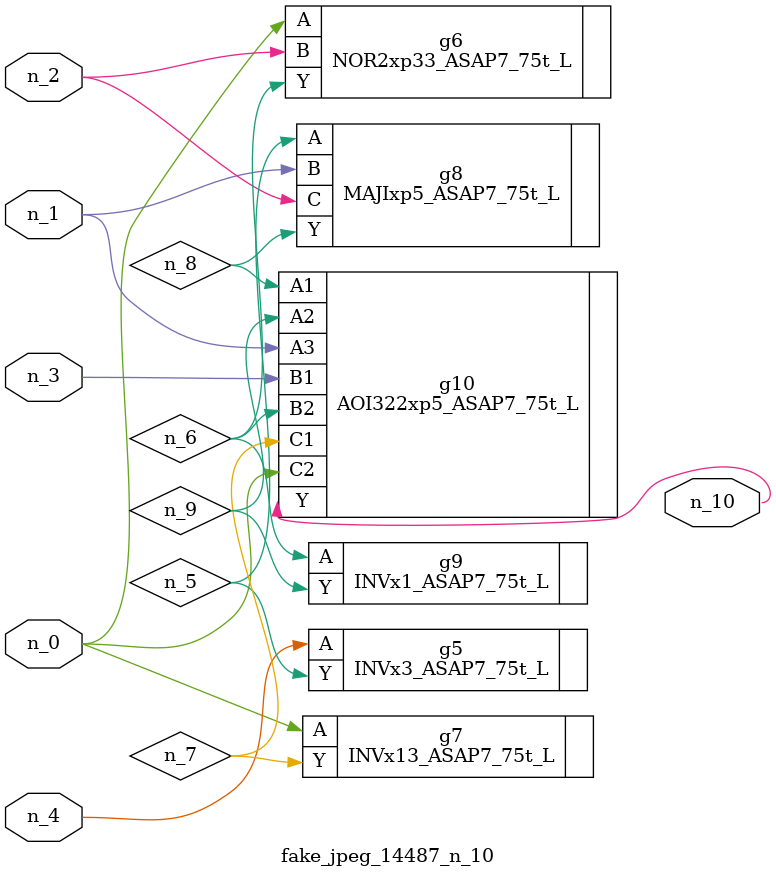
<source format=v>
module fake_jpeg_14487_n_10 (n_3, n_2, n_1, n_0, n_4, n_10);

input n_3;
input n_2;
input n_1;
input n_0;
input n_4;

output n_10;

wire n_8;
wire n_9;
wire n_6;
wire n_5;
wire n_7;

INVx3_ASAP7_75t_L g5 ( 
.A(n_4),
.Y(n_5)
);

NOR2xp33_ASAP7_75t_L g6 ( 
.A(n_0),
.B(n_2),
.Y(n_6)
);

INVx13_ASAP7_75t_L g7 ( 
.A(n_0),
.Y(n_7)
);

MAJIxp5_ASAP7_75t_L g8 ( 
.A(n_5),
.B(n_1),
.C(n_2),
.Y(n_8)
);

AOI322xp5_ASAP7_75t_L g10 ( 
.A1(n_8),
.A2(n_9),
.A3(n_1),
.B1(n_3),
.B2(n_6),
.C1(n_7),
.C2(n_0),
.Y(n_10)
);

INVx1_ASAP7_75t_L g9 ( 
.A(n_6),
.Y(n_9)
);


endmodule
</source>
